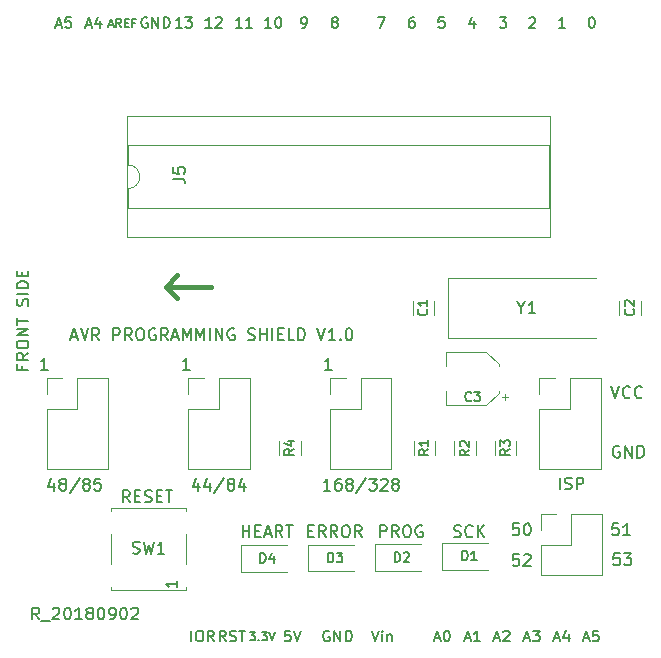
<source format=gbr>
G04 #@! TF.GenerationSoftware,KiCad,Pcbnew,(5.0.0)*
G04 #@! TF.CreationDate,2018-09-03T12:55:52-05:00*
G04 #@! TF.ProjectId,YAPS_Arduino_Shield_AVR,594150535F41726475696E6F5F536869,1.0*
G04 #@! TF.SameCoordinates,Original*
G04 #@! TF.FileFunction,Legend,Top*
G04 #@! TF.FilePolarity,Positive*
%FSLAX46Y46*%
G04 Gerber Fmt 4.6, Leading zero omitted, Abs format (unit mm)*
G04 Created by KiCad (PCBNEW (5.0.0)) date 09/03/18 12:55:52*
%MOMM*%
%LPD*%
G01*
G04 APERTURE LIST*
%ADD10C,0.150000*%
%ADD11C,0.400000*%
%ADD12C,0.120000*%
G04 APERTURE END LIST*
D10*
X126250391Y-102809513D02*
X126250391Y-103142846D01*
X126774200Y-103142846D02*
X125774200Y-103142846D01*
X125774200Y-102666656D01*
X126774200Y-101714275D02*
X126298010Y-102047608D01*
X126774200Y-102285703D02*
X125774200Y-102285703D01*
X125774200Y-101904751D01*
X125821820Y-101809513D01*
X125869439Y-101761894D01*
X125964677Y-101714275D01*
X126107534Y-101714275D01*
X126202772Y-101761894D01*
X126250391Y-101809513D01*
X126298010Y-101904751D01*
X126298010Y-102285703D01*
X125774200Y-101095227D02*
X125774200Y-100904751D01*
X125821820Y-100809513D01*
X125917058Y-100714275D01*
X126107534Y-100666656D01*
X126440867Y-100666656D01*
X126631343Y-100714275D01*
X126726581Y-100809513D01*
X126774200Y-100904751D01*
X126774200Y-101095227D01*
X126726581Y-101190465D01*
X126631343Y-101285703D01*
X126440867Y-101333322D01*
X126107534Y-101333322D01*
X125917058Y-101285703D01*
X125821820Y-101190465D01*
X125774200Y-101095227D01*
X126774200Y-100238084D02*
X125774200Y-100238084D01*
X126774200Y-99666656D01*
X125774200Y-99666656D01*
X125774200Y-99333322D02*
X125774200Y-98761894D01*
X126774200Y-99047608D02*
X125774200Y-99047608D01*
X126726581Y-97714275D02*
X126774200Y-97571418D01*
X126774200Y-97333322D01*
X126726581Y-97238084D01*
X126678962Y-97190465D01*
X126583724Y-97142846D01*
X126488486Y-97142846D01*
X126393248Y-97190465D01*
X126345629Y-97238084D01*
X126298010Y-97333322D01*
X126250391Y-97523799D01*
X126202772Y-97619037D01*
X126155153Y-97666656D01*
X126059915Y-97714275D01*
X125964677Y-97714275D01*
X125869439Y-97666656D01*
X125821820Y-97619037D01*
X125774200Y-97523799D01*
X125774200Y-97285703D01*
X125821820Y-97142846D01*
X126774200Y-96714275D02*
X125774200Y-96714275D01*
X126774200Y-96238084D02*
X125774200Y-96238084D01*
X125774200Y-95999989D01*
X125821820Y-95857132D01*
X125917058Y-95761894D01*
X126012296Y-95714275D01*
X126202772Y-95666656D01*
X126345629Y-95666656D01*
X126536105Y-95714275D01*
X126631343Y-95761894D01*
X126726581Y-95857132D01*
X126774200Y-95999989D01*
X126774200Y-96238084D01*
X126250391Y-95238084D02*
X126250391Y-94904751D01*
X126774200Y-94761894D02*
X126774200Y-95238084D01*
X125774200Y-95238084D01*
X125774200Y-94761894D01*
X130430167Y-100349346D02*
X130906358Y-100349346D01*
X130334929Y-100635060D02*
X130668262Y-99635060D01*
X131001596Y-100635060D01*
X131192072Y-99635060D02*
X131525405Y-100635060D01*
X131858739Y-99635060D01*
X132763500Y-100635060D02*
X132430167Y-100158870D01*
X132192072Y-100635060D02*
X132192072Y-99635060D01*
X132573024Y-99635060D01*
X132668262Y-99682680D01*
X132715881Y-99730299D01*
X132763500Y-99825537D01*
X132763500Y-99968394D01*
X132715881Y-100063632D01*
X132668262Y-100111251D01*
X132573024Y-100158870D01*
X132192072Y-100158870D01*
X133953977Y-100635060D02*
X133953977Y-99635060D01*
X134334929Y-99635060D01*
X134430167Y-99682680D01*
X134477786Y-99730299D01*
X134525405Y-99825537D01*
X134525405Y-99968394D01*
X134477786Y-100063632D01*
X134430167Y-100111251D01*
X134334929Y-100158870D01*
X133953977Y-100158870D01*
X135525405Y-100635060D02*
X135192072Y-100158870D01*
X134953977Y-100635060D02*
X134953977Y-99635060D01*
X135334929Y-99635060D01*
X135430167Y-99682680D01*
X135477786Y-99730299D01*
X135525405Y-99825537D01*
X135525405Y-99968394D01*
X135477786Y-100063632D01*
X135430167Y-100111251D01*
X135334929Y-100158870D01*
X134953977Y-100158870D01*
X136144453Y-99635060D02*
X136334929Y-99635060D01*
X136430167Y-99682680D01*
X136525405Y-99777918D01*
X136573024Y-99968394D01*
X136573024Y-100301727D01*
X136525405Y-100492203D01*
X136430167Y-100587441D01*
X136334929Y-100635060D01*
X136144453Y-100635060D01*
X136049215Y-100587441D01*
X135953977Y-100492203D01*
X135906358Y-100301727D01*
X135906358Y-99968394D01*
X135953977Y-99777918D01*
X136049215Y-99682680D01*
X136144453Y-99635060D01*
X137525405Y-99682680D02*
X137430167Y-99635060D01*
X137287310Y-99635060D01*
X137144453Y-99682680D01*
X137049215Y-99777918D01*
X137001596Y-99873156D01*
X136953977Y-100063632D01*
X136953977Y-100206489D01*
X137001596Y-100396965D01*
X137049215Y-100492203D01*
X137144453Y-100587441D01*
X137287310Y-100635060D01*
X137382548Y-100635060D01*
X137525405Y-100587441D01*
X137573024Y-100539822D01*
X137573024Y-100206489D01*
X137382548Y-100206489D01*
X138573024Y-100635060D02*
X138239691Y-100158870D01*
X138001596Y-100635060D02*
X138001596Y-99635060D01*
X138382548Y-99635060D01*
X138477786Y-99682680D01*
X138525405Y-99730299D01*
X138573024Y-99825537D01*
X138573024Y-99968394D01*
X138525405Y-100063632D01*
X138477786Y-100111251D01*
X138382548Y-100158870D01*
X138001596Y-100158870D01*
X138953977Y-100349346D02*
X139430167Y-100349346D01*
X138858739Y-100635060D02*
X139192072Y-99635060D01*
X139525405Y-100635060D01*
X139858739Y-100635060D02*
X139858739Y-99635060D01*
X140192072Y-100349346D01*
X140525405Y-99635060D01*
X140525405Y-100635060D01*
X141001596Y-100635060D02*
X141001596Y-99635060D01*
X141334929Y-100349346D01*
X141668262Y-99635060D01*
X141668262Y-100635060D01*
X142144453Y-100635060D02*
X142144453Y-99635060D01*
X142620643Y-100635060D02*
X142620643Y-99635060D01*
X143192072Y-100635060D01*
X143192072Y-99635060D01*
X144192072Y-99682680D02*
X144096834Y-99635060D01*
X143953977Y-99635060D01*
X143811120Y-99682680D01*
X143715881Y-99777918D01*
X143668262Y-99873156D01*
X143620643Y-100063632D01*
X143620643Y-100206489D01*
X143668262Y-100396965D01*
X143715881Y-100492203D01*
X143811120Y-100587441D01*
X143953977Y-100635060D01*
X144049215Y-100635060D01*
X144192072Y-100587441D01*
X144239691Y-100539822D01*
X144239691Y-100206489D01*
X144049215Y-100206489D01*
X145382548Y-100587441D02*
X145525405Y-100635060D01*
X145763500Y-100635060D01*
X145858739Y-100587441D01*
X145906358Y-100539822D01*
X145953977Y-100444584D01*
X145953977Y-100349346D01*
X145906358Y-100254108D01*
X145858739Y-100206489D01*
X145763500Y-100158870D01*
X145573024Y-100111251D01*
X145477786Y-100063632D01*
X145430167Y-100016013D01*
X145382548Y-99920775D01*
X145382548Y-99825537D01*
X145430167Y-99730299D01*
X145477786Y-99682680D01*
X145573024Y-99635060D01*
X145811120Y-99635060D01*
X145953977Y-99682680D01*
X146382548Y-100635060D02*
X146382548Y-99635060D01*
X146382548Y-100111251D02*
X146953977Y-100111251D01*
X146953977Y-100635060D02*
X146953977Y-99635060D01*
X147430167Y-100635060D02*
X147430167Y-99635060D01*
X147906358Y-100111251D02*
X148239691Y-100111251D01*
X148382548Y-100635060D02*
X147906358Y-100635060D01*
X147906358Y-99635060D01*
X148382548Y-99635060D01*
X149287310Y-100635060D02*
X148811120Y-100635060D01*
X148811120Y-99635060D01*
X149620643Y-100635060D02*
X149620643Y-99635060D01*
X149858739Y-99635060D01*
X150001596Y-99682680D01*
X150096834Y-99777918D01*
X150144453Y-99873156D01*
X150192072Y-100063632D01*
X150192072Y-100206489D01*
X150144453Y-100396965D01*
X150096834Y-100492203D01*
X150001596Y-100587441D01*
X149858739Y-100635060D01*
X149620643Y-100635060D01*
X151239691Y-99635060D02*
X151573024Y-100635060D01*
X151906358Y-99635060D01*
X152763500Y-100635060D02*
X152192072Y-100635060D01*
X152477786Y-100635060D02*
X152477786Y-99635060D01*
X152382548Y-99777918D01*
X152287310Y-99873156D01*
X152192072Y-99920775D01*
X153192072Y-100539822D02*
X153239691Y-100587441D01*
X153192072Y-100635060D01*
X153144453Y-100587441D01*
X153192072Y-100539822D01*
X153192072Y-100635060D01*
X153858739Y-99635060D02*
X153953977Y-99635060D01*
X154049215Y-99682680D01*
X154096834Y-99730299D01*
X154144453Y-99825537D01*
X154192072Y-100016013D01*
X154192072Y-100254108D01*
X154144453Y-100444584D01*
X154096834Y-100539822D01*
X154049215Y-100587441D01*
X153953977Y-100635060D01*
X153858739Y-100635060D01*
X153763500Y-100587441D01*
X153715881Y-100539822D01*
X153668262Y-100444584D01*
X153620643Y-100254108D01*
X153620643Y-100016013D01*
X153668262Y-99825537D01*
X153715881Y-99730299D01*
X153763500Y-99682680D01*
X153858739Y-99635060D01*
X127688507Y-124282460D02*
X127355174Y-123806270D01*
X127117079Y-124282460D02*
X127117079Y-123282460D01*
X127498031Y-123282460D01*
X127593269Y-123330080D01*
X127640888Y-123377699D01*
X127688507Y-123472937D01*
X127688507Y-123615794D01*
X127640888Y-123711032D01*
X127593269Y-123758651D01*
X127498031Y-123806270D01*
X127117079Y-123806270D01*
X127878983Y-124377699D02*
X128640888Y-124377699D01*
X128831364Y-123377699D02*
X128878983Y-123330080D01*
X128974221Y-123282460D01*
X129212317Y-123282460D01*
X129307555Y-123330080D01*
X129355174Y-123377699D01*
X129402793Y-123472937D01*
X129402793Y-123568175D01*
X129355174Y-123711032D01*
X128783745Y-124282460D01*
X129402793Y-124282460D01*
X130021840Y-123282460D02*
X130117079Y-123282460D01*
X130212317Y-123330080D01*
X130259936Y-123377699D01*
X130307555Y-123472937D01*
X130355174Y-123663413D01*
X130355174Y-123901508D01*
X130307555Y-124091984D01*
X130259936Y-124187222D01*
X130212317Y-124234841D01*
X130117079Y-124282460D01*
X130021840Y-124282460D01*
X129926602Y-124234841D01*
X129878983Y-124187222D01*
X129831364Y-124091984D01*
X129783745Y-123901508D01*
X129783745Y-123663413D01*
X129831364Y-123472937D01*
X129878983Y-123377699D01*
X129926602Y-123330080D01*
X130021840Y-123282460D01*
X131307555Y-124282460D02*
X130736126Y-124282460D01*
X131021840Y-124282460D02*
X131021840Y-123282460D01*
X130926602Y-123425318D01*
X130831364Y-123520556D01*
X130736126Y-123568175D01*
X131878983Y-123711032D02*
X131783745Y-123663413D01*
X131736126Y-123615794D01*
X131688507Y-123520556D01*
X131688507Y-123472937D01*
X131736126Y-123377699D01*
X131783745Y-123330080D01*
X131878983Y-123282460D01*
X132069460Y-123282460D01*
X132164698Y-123330080D01*
X132212317Y-123377699D01*
X132259936Y-123472937D01*
X132259936Y-123520556D01*
X132212317Y-123615794D01*
X132164698Y-123663413D01*
X132069460Y-123711032D01*
X131878983Y-123711032D01*
X131783745Y-123758651D01*
X131736126Y-123806270D01*
X131688507Y-123901508D01*
X131688507Y-124091984D01*
X131736126Y-124187222D01*
X131783745Y-124234841D01*
X131878983Y-124282460D01*
X132069460Y-124282460D01*
X132164698Y-124234841D01*
X132212317Y-124187222D01*
X132259936Y-124091984D01*
X132259936Y-123901508D01*
X132212317Y-123806270D01*
X132164698Y-123758651D01*
X132069460Y-123711032D01*
X132878983Y-123282460D02*
X132974221Y-123282460D01*
X133069460Y-123330080D01*
X133117079Y-123377699D01*
X133164698Y-123472937D01*
X133212317Y-123663413D01*
X133212317Y-123901508D01*
X133164698Y-124091984D01*
X133117079Y-124187222D01*
X133069460Y-124234841D01*
X132974221Y-124282460D01*
X132878983Y-124282460D01*
X132783745Y-124234841D01*
X132736126Y-124187222D01*
X132688507Y-124091984D01*
X132640888Y-123901508D01*
X132640888Y-123663413D01*
X132688507Y-123472937D01*
X132736126Y-123377699D01*
X132783745Y-123330080D01*
X132878983Y-123282460D01*
X133688507Y-124282460D02*
X133878983Y-124282460D01*
X133974221Y-124234841D01*
X134021840Y-124187222D01*
X134117079Y-124044365D01*
X134164698Y-123853889D01*
X134164698Y-123472937D01*
X134117079Y-123377699D01*
X134069460Y-123330080D01*
X133974221Y-123282460D01*
X133783745Y-123282460D01*
X133688507Y-123330080D01*
X133640888Y-123377699D01*
X133593269Y-123472937D01*
X133593269Y-123711032D01*
X133640888Y-123806270D01*
X133688507Y-123853889D01*
X133783745Y-123901508D01*
X133974221Y-123901508D01*
X134069460Y-123853889D01*
X134117079Y-123806270D01*
X134164698Y-123711032D01*
X134783745Y-123282460D02*
X134878983Y-123282460D01*
X134974221Y-123330080D01*
X135021840Y-123377699D01*
X135069460Y-123472937D01*
X135117079Y-123663413D01*
X135117079Y-123901508D01*
X135069460Y-124091984D01*
X135021840Y-124187222D01*
X134974221Y-124234841D01*
X134878983Y-124282460D01*
X134783745Y-124282460D01*
X134688507Y-124234841D01*
X134640888Y-124187222D01*
X134593269Y-124091984D01*
X134545650Y-123901508D01*
X134545650Y-123663413D01*
X134593269Y-123472937D01*
X134640888Y-123377699D01*
X134688507Y-123330080D01*
X134783745Y-123282460D01*
X135498031Y-123377699D02*
X135545650Y-123330080D01*
X135640888Y-123282460D01*
X135878983Y-123282460D01*
X135974221Y-123330080D01*
X136021840Y-123377699D01*
X136069460Y-123472937D01*
X136069460Y-123568175D01*
X136021840Y-123711032D01*
X135450412Y-124282460D01*
X136069460Y-124282460D01*
D11*
X142211821Y-96102442D02*
X138402298Y-96102442D01*
X139354679Y-97054823D02*
X138402298Y-96102442D01*
X139354679Y-95150061D01*
D10*
X129118122Y-73947160D02*
X129546694Y-73947160D01*
X129032408Y-74204302D02*
X129332408Y-73304302D01*
X129632408Y-74204302D01*
X130360980Y-73304302D02*
X129932408Y-73304302D01*
X129889551Y-73732874D01*
X129932408Y-73690017D01*
X130018122Y-73647160D01*
X130232408Y-73647160D01*
X130318122Y-73690017D01*
X130360980Y-73732874D01*
X130403837Y-73818588D01*
X130403837Y-74032874D01*
X130360980Y-74118588D01*
X130318122Y-74161445D01*
X130232408Y-74204302D01*
X130018122Y-74204302D01*
X129932408Y-74161445D01*
X129889551Y-74118588D01*
X131655582Y-73947160D02*
X132084154Y-73947160D01*
X131569868Y-74204302D02*
X131869868Y-73304302D01*
X132169868Y-74204302D01*
X132855582Y-73604302D02*
X132855582Y-74204302D01*
X132641297Y-73261445D02*
X132427011Y-73904302D01*
X132984154Y-73904302D01*
X133595886Y-73919826D02*
X133929220Y-73919826D01*
X133529220Y-74119826D02*
X133762553Y-73419826D01*
X133995886Y-74119826D01*
X134629220Y-74119826D02*
X134395886Y-73786493D01*
X134229220Y-74119826D02*
X134229220Y-73419826D01*
X134495886Y-73419826D01*
X134562553Y-73453160D01*
X134595886Y-73486493D01*
X134629220Y-73553160D01*
X134629220Y-73653160D01*
X134595886Y-73719826D01*
X134562553Y-73753160D01*
X134495886Y-73786493D01*
X134229220Y-73786493D01*
X134929220Y-73753160D02*
X135162553Y-73753160D01*
X135262553Y-74119826D02*
X134929220Y-74119826D01*
X134929220Y-73419826D01*
X135262553Y-73419826D01*
X135795886Y-73753160D02*
X135562553Y-73753160D01*
X135562553Y-74119826D02*
X135562553Y-73419826D01*
X135895886Y-73419826D01*
X136840045Y-73347160D02*
X136754331Y-73304302D01*
X136625760Y-73304302D01*
X136497188Y-73347160D01*
X136411474Y-73432874D01*
X136368617Y-73518588D01*
X136325760Y-73690017D01*
X136325760Y-73818588D01*
X136368617Y-73990017D01*
X136411474Y-74075731D01*
X136497188Y-74161445D01*
X136625760Y-74204302D01*
X136711474Y-74204302D01*
X136840045Y-74161445D01*
X136882902Y-74118588D01*
X136882902Y-73818588D01*
X136711474Y-73818588D01*
X137268617Y-74204302D02*
X137268617Y-73304302D01*
X137782902Y-74204302D01*
X137782902Y-73304302D01*
X138211474Y-74204302D02*
X138211474Y-73304302D01*
X138425760Y-73304302D01*
X138554331Y-73347160D01*
X138640045Y-73432874D01*
X138682902Y-73518588D01*
X138725760Y-73690017D01*
X138725760Y-73818588D01*
X138682902Y-73990017D01*
X138640045Y-74075731D01*
X138554331Y-74161445D01*
X138425760Y-74204302D01*
X138211474Y-74204302D01*
X139762251Y-74204302D02*
X139247965Y-74204302D01*
X139505108Y-74204302D02*
X139505108Y-73304302D01*
X139419394Y-73432874D01*
X139333680Y-73518588D01*
X139247965Y-73561445D01*
X140062251Y-73304302D02*
X140619394Y-73304302D01*
X140319394Y-73647160D01*
X140447965Y-73647160D01*
X140533680Y-73690017D01*
X140576537Y-73732874D01*
X140619394Y-73818588D01*
X140619394Y-74032874D01*
X140576537Y-74118588D01*
X140533680Y-74161445D01*
X140447965Y-74204302D01*
X140190822Y-74204302D01*
X140105108Y-74161445D01*
X140062251Y-74118588D01*
X142279391Y-74204302D02*
X141765105Y-74204302D01*
X142022248Y-74204302D02*
X142022248Y-73304302D01*
X141936534Y-73432874D01*
X141850820Y-73518588D01*
X141765105Y-73561445D01*
X142622248Y-73390017D02*
X142665105Y-73347160D01*
X142750820Y-73304302D01*
X142965105Y-73304302D01*
X143050820Y-73347160D01*
X143093677Y-73390017D01*
X143136534Y-73475731D01*
X143136534Y-73561445D01*
X143093677Y-73690017D01*
X142579391Y-74204302D01*
X143136534Y-74204302D01*
X144839711Y-74204302D02*
X144325425Y-74204302D01*
X144582568Y-74204302D02*
X144582568Y-73304302D01*
X144496854Y-73432874D01*
X144411140Y-73518588D01*
X144325425Y-73561445D01*
X145696854Y-74204302D02*
X145182568Y-74204302D01*
X145439711Y-74204302D02*
X145439711Y-73304302D01*
X145353997Y-73432874D01*
X145268282Y-73518588D01*
X145182568Y-73561445D01*
X147333991Y-74204302D02*
X146819705Y-74204302D01*
X147076848Y-74204302D02*
X147076848Y-73304302D01*
X146991134Y-73432874D01*
X146905420Y-73518588D01*
X146819705Y-73561445D01*
X147891134Y-73304302D02*
X147976848Y-73304302D01*
X148062562Y-73347160D01*
X148105420Y-73390017D01*
X148148277Y-73475731D01*
X148191134Y-73647160D01*
X148191134Y-73861445D01*
X148148277Y-74032874D01*
X148105420Y-74118588D01*
X148062562Y-74161445D01*
X147976848Y-74204302D01*
X147891134Y-74204302D01*
X147805420Y-74161445D01*
X147762562Y-74118588D01*
X147719705Y-74032874D01*
X147676848Y-73861445D01*
X147676848Y-73647160D01*
X147719705Y-73475731D01*
X147762562Y-73390017D01*
X147805420Y-73347160D01*
X147891134Y-73304302D01*
X149914631Y-74204302D02*
X150086060Y-74204302D01*
X150171774Y-74161445D01*
X150214631Y-74118588D01*
X150300345Y-73990017D01*
X150343202Y-73818588D01*
X150343202Y-73475731D01*
X150300345Y-73390017D01*
X150257488Y-73347160D01*
X150171774Y-73304302D01*
X150000345Y-73304302D01*
X149914631Y-73347160D01*
X149871774Y-73390017D01*
X149828917Y-73475731D01*
X149828917Y-73690017D01*
X149871774Y-73775731D01*
X149914631Y-73818588D01*
X150000345Y-73861445D01*
X150171774Y-73861445D01*
X150257488Y-73818588D01*
X150300345Y-73775731D01*
X150343202Y-73690017D01*
X152626705Y-73690017D02*
X152540991Y-73647160D01*
X152498134Y-73604302D01*
X152455277Y-73518588D01*
X152455277Y-73475731D01*
X152498134Y-73390017D01*
X152540991Y-73347160D01*
X152626705Y-73304302D01*
X152798134Y-73304302D01*
X152883848Y-73347160D01*
X152926705Y-73390017D01*
X152969562Y-73475731D01*
X152969562Y-73518588D01*
X152926705Y-73604302D01*
X152883848Y-73647160D01*
X152798134Y-73690017D01*
X152626705Y-73690017D01*
X152540991Y-73732874D01*
X152498134Y-73775731D01*
X152455277Y-73861445D01*
X152455277Y-74032874D01*
X152498134Y-74118588D01*
X152540991Y-74161445D01*
X152626705Y-74204302D01*
X152798134Y-74204302D01*
X152883848Y-74161445D01*
X152926705Y-74118588D01*
X152969562Y-74032874D01*
X152969562Y-73861445D01*
X152926705Y-73775731D01*
X152883848Y-73732874D01*
X152798134Y-73690017D01*
X156341800Y-73304302D02*
X156941800Y-73304302D01*
X156556085Y-74204302D01*
X159411648Y-73304302D02*
X159240220Y-73304302D01*
X159154505Y-73347160D01*
X159111648Y-73390017D01*
X159025934Y-73518588D01*
X158983077Y-73690017D01*
X158983077Y-74032874D01*
X159025934Y-74118588D01*
X159068791Y-74161445D01*
X159154505Y-74204302D01*
X159325934Y-74204302D01*
X159411648Y-74161445D01*
X159454505Y-74118588D01*
X159497362Y-74032874D01*
X159497362Y-73818588D01*
X159454505Y-73732874D01*
X159411648Y-73690017D01*
X159325934Y-73647160D01*
X159154505Y-73647160D01*
X159068791Y-73690017D01*
X159025934Y-73732874D01*
X158983077Y-73818588D01*
X161961485Y-73304302D02*
X161532914Y-73304302D01*
X161490057Y-73732874D01*
X161532914Y-73690017D01*
X161618628Y-73647160D01*
X161832914Y-73647160D01*
X161918628Y-73690017D01*
X161961485Y-73732874D01*
X162004342Y-73818588D01*
X162004342Y-74032874D01*
X161961485Y-74118588D01*
X161918628Y-74161445D01*
X161832914Y-74204302D01*
X161618628Y-74204302D01*
X161532914Y-74161445D01*
X161490057Y-74118588D01*
X164514508Y-73604302D02*
X164514508Y-74204302D01*
X164300222Y-73261445D02*
X164085937Y-73904302D01*
X164643080Y-73904302D01*
X166659280Y-73304302D02*
X167216422Y-73304302D01*
X166916422Y-73647160D01*
X167044994Y-73647160D01*
X167130708Y-73690017D01*
X167173565Y-73732874D01*
X167216422Y-73818588D01*
X167216422Y-74032874D01*
X167173565Y-74118588D01*
X167130708Y-74161445D01*
X167044994Y-74204302D01*
X166787851Y-74204302D01*
X166702137Y-74161445D01*
X166659280Y-74118588D01*
X169158317Y-73390017D02*
X169201174Y-73347160D01*
X169286888Y-73304302D01*
X169501174Y-73304302D01*
X169586888Y-73347160D01*
X169629745Y-73390017D01*
X169672602Y-73475731D01*
X169672602Y-73561445D01*
X169629745Y-73690017D01*
X169115460Y-74204302D01*
X169672602Y-74204302D01*
X172197362Y-74204302D02*
X171683077Y-74204302D01*
X171940220Y-74204302D02*
X171940220Y-73304302D01*
X171854505Y-73432874D01*
X171768791Y-73518588D01*
X171683077Y-73561445D01*
X174422122Y-73304302D02*
X174507837Y-73304302D01*
X174593551Y-73347160D01*
X174636408Y-73390017D01*
X174679265Y-73475731D01*
X174722122Y-73647160D01*
X174722122Y-73861445D01*
X174679265Y-74032874D01*
X174636408Y-74118588D01*
X174593551Y-74161445D01*
X174507837Y-74204302D01*
X174422122Y-74204302D01*
X174336408Y-74161445D01*
X174293551Y-74118588D01*
X174250694Y-74032874D01*
X174207837Y-73861445D01*
X174207837Y-73647160D01*
X174250694Y-73475731D01*
X174293551Y-73390017D01*
X174336408Y-73347160D01*
X174422122Y-73304302D01*
X140574351Y-126144762D02*
X140574351Y-125244762D01*
X141174351Y-125244762D02*
X141345780Y-125244762D01*
X141431494Y-125287620D01*
X141517208Y-125373334D01*
X141560065Y-125544762D01*
X141560065Y-125844762D01*
X141517208Y-126016191D01*
X141431494Y-126101905D01*
X141345780Y-126144762D01*
X141174351Y-126144762D01*
X141088637Y-126101905D01*
X141002922Y-126016191D01*
X140960065Y-125844762D01*
X140960065Y-125544762D01*
X141002922Y-125373334D01*
X141088637Y-125287620D01*
X141174351Y-125244762D01*
X142460065Y-126144762D02*
X142160065Y-125716191D01*
X141945780Y-126144762D02*
X141945780Y-125244762D01*
X142288637Y-125244762D01*
X142374351Y-125287620D01*
X142417208Y-125330477D01*
X142460065Y-125416191D01*
X142460065Y-125544762D01*
X142417208Y-125630477D01*
X142374351Y-125673334D01*
X142288637Y-125716191D01*
X141945780Y-125716191D01*
X143492122Y-126144762D02*
X143192122Y-125716191D01*
X142977837Y-126144762D02*
X142977837Y-125244762D01*
X143320694Y-125244762D01*
X143406408Y-125287620D01*
X143449265Y-125330477D01*
X143492122Y-125416191D01*
X143492122Y-125544762D01*
X143449265Y-125630477D01*
X143406408Y-125673334D01*
X143320694Y-125716191D01*
X142977837Y-125716191D01*
X143834980Y-126101905D02*
X143963551Y-126144762D01*
X144177837Y-126144762D01*
X144263551Y-126101905D01*
X144306408Y-126059048D01*
X144349265Y-125973334D01*
X144349265Y-125887620D01*
X144306408Y-125801905D01*
X144263551Y-125759048D01*
X144177837Y-125716191D01*
X144006408Y-125673334D01*
X143920694Y-125630477D01*
X143877837Y-125587620D01*
X143834980Y-125501905D01*
X143834980Y-125416191D01*
X143877837Y-125330477D01*
X143920694Y-125287620D01*
X144006408Y-125244762D01*
X144220694Y-125244762D01*
X144349265Y-125287620D01*
X144606408Y-125244762D02*
X145120694Y-125244762D01*
X144863551Y-126144762D02*
X144863551Y-125244762D01*
X145537366Y-125360286D02*
X145970700Y-125360286D01*
X145737366Y-125626953D01*
X145837366Y-125626953D01*
X145904033Y-125660286D01*
X145937366Y-125693620D01*
X145970700Y-125760286D01*
X145970700Y-125926953D01*
X145937366Y-125993620D01*
X145904033Y-126026953D01*
X145837366Y-126060286D01*
X145637366Y-126060286D01*
X145570700Y-126026953D01*
X145537366Y-125993620D01*
X146270700Y-125993620D02*
X146304033Y-126026953D01*
X146270700Y-126060286D01*
X146237366Y-126026953D01*
X146270700Y-125993620D01*
X146270700Y-126060286D01*
X146537366Y-125360286D02*
X146970700Y-125360286D01*
X146737366Y-125626953D01*
X146837366Y-125626953D01*
X146904033Y-125660286D01*
X146937366Y-125693620D01*
X146970700Y-125760286D01*
X146970700Y-125926953D01*
X146937366Y-125993620D01*
X146904033Y-126026953D01*
X146837366Y-126060286D01*
X146637366Y-126060286D01*
X146570700Y-126026953D01*
X146537366Y-125993620D01*
X147170700Y-125360286D02*
X147404033Y-126060286D01*
X147637366Y-125360286D01*
X148936731Y-125244762D02*
X148508160Y-125244762D01*
X148465302Y-125673334D01*
X148508160Y-125630477D01*
X148593874Y-125587620D01*
X148808160Y-125587620D01*
X148893874Y-125630477D01*
X148936731Y-125673334D01*
X148979588Y-125759048D01*
X148979588Y-125973334D01*
X148936731Y-126059048D01*
X148893874Y-126101905D01*
X148808160Y-126144762D01*
X148593874Y-126144762D01*
X148508160Y-126101905D01*
X148465302Y-126059048D01*
X149236731Y-125244762D02*
X149536731Y-126144762D01*
X149836731Y-125244762D01*
X152250225Y-125287620D02*
X152164511Y-125244762D01*
X152035940Y-125244762D01*
X151907368Y-125287620D01*
X151821654Y-125373334D01*
X151778797Y-125459048D01*
X151735940Y-125630477D01*
X151735940Y-125759048D01*
X151778797Y-125930477D01*
X151821654Y-126016191D01*
X151907368Y-126101905D01*
X152035940Y-126144762D01*
X152121654Y-126144762D01*
X152250225Y-126101905D01*
X152293082Y-126059048D01*
X152293082Y-125759048D01*
X152121654Y-125759048D01*
X152678797Y-126144762D02*
X152678797Y-125244762D01*
X153193082Y-126144762D01*
X153193082Y-125244762D01*
X153621654Y-126144762D02*
X153621654Y-125244762D01*
X153835940Y-125244762D01*
X153964511Y-125287620D01*
X154050225Y-125373334D01*
X154093082Y-125459048D01*
X154135940Y-125630477D01*
X154135940Y-125759048D01*
X154093082Y-125930477D01*
X154050225Y-126016191D01*
X153964511Y-126101905D01*
X153835940Y-126144762D01*
X153621654Y-126144762D01*
X155821971Y-125244762D02*
X156121971Y-126144762D01*
X156421971Y-125244762D01*
X156721971Y-126144762D02*
X156721971Y-125544762D01*
X156721971Y-125244762D02*
X156679114Y-125287620D01*
X156721971Y-125330477D01*
X156764828Y-125287620D01*
X156721971Y-125244762D01*
X156721971Y-125330477D01*
X157150542Y-125544762D02*
X157150542Y-126144762D01*
X157150542Y-125630477D02*
X157193400Y-125587620D01*
X157279114Y-125544762D01*
X157407685Y-125544762D01*
X157493400Y-125587620D01*
X157536257Y-125673334D01*
X157536257Y-126144762D01*
X161175462Y-125887620D02*
X161604034Y-125887620D01*
X161089748Y-126144762D02*
X161389748Y-125244762D01*
X161689748Y-126144762D01*
X162161177Y-125244762D02*
X162246891Y-125244762D01*
X162332605Y-125287620D01*
X162375462Y-125330477D01*
X162418320Y-125416191D01*
X162461177Y-125587620D01*
X162461177Y-125801905D01*
X162418320Y-125973334D01*
X162375462Y-126059048D01*
X162332605Y-126101905D01*
X162246891Y-126144762D01*
X162161177Y-126144762D01*
X162075462Y-126101905D01*
X162032605Y-126059048D01*
X161989748Y-125973334D01*
X161946891Y-125801905D01*
X161946891Y-125587620D01*
X161989748Y-125416191D01*
X162032605Y-125330477D01*
X162075462Y-125287620D01*
X162161177Y-125244762D01*
X163756102Y-125887620D02*
X164184674Y-125887620D01*
X163670388Y-126144762D02*
X163970388Y-125244762D01*
X164270388Y-126144762D01*
X165041817Y-126144762D02*
X164527531Y-126144762D01*
X164784674Y-126144762D02*
X164784674Y-125244762D01*
X164698960Y-125373334D01*
X164613245Y-125459048D01*
X164527531Y-125501905D01*
X166222442Y-125887620D02*
X166651014Y-125887620D01*
X166136728Y-126144762D02*
X166436728Y-125244762D01*
X166736728Y-126144762D01*
X166993871Y-125330477D02*
X167036728Y-125287620D01*
X167122442Y-125244762D01*
X167336728Y-125244762D01*
X167422442Y-125287620D01*
X167465300Y-125330477D01*
X167508157Y-125416191D01*
X167508157Y-125501905D01*
X167465300Y-125630477D01*
X166951014Y-126144762D01*
X167508157Y-126144762D01*
X168762442Y-125887620D02*
X169191014Y-125887620D01*
X168676728Y-126144762D02*
X168976728Y-125244762D01*
X169276728Y-126144762D01*
X169491014Y-125244762D02*
X170048157Y-125244762D01*
X169748157Y-125587620D01*
X169876728Y-125587620D01*
X169962442Y-125630477D01*
X170005300Y-125673334D01*
X170048157Y-125759048D01*
X170048157Y-125973334D01*
X170005300Y-126059048D01*
X169962442Y-126101905D01*
X169876728Y-126144762D01*
X169619585Y-126144762D01*
X169533871Y-126101905D01*
X169491014Y-126059048D01*
X171299902Y-125887620D02*
X171728474Y-125887620D01*
X171214188Y-126144762D02*
X171514188Y-125244762D01*
X171814188Y-126144762D01*
X172499902Y-125544762D02*
X172499902Y-126144762D01*
X172285617Y-125201905D02*
X172071331Y-125844762D01*
X172628474Y-125844762D01*
X173791642Y-125887620D02*
X174220214Y-125887620D01*
X173705928Y-126144762D02*
X174005928Y-125244762D01*
X174305928Y-126144762D01*
X175034500Y-125244762D02*
X174605928Y-125244762D01*
X174563071Y-125673334D01*
X174605928Y-125630477D01*
X174691642Y-125587620D01*
X174905928Y-125587620D01*
X174991642Y-125630477D01*
X175034500Y-125673334D01*
X175077357Y-125759048D01*
X175077357Y-125973334D01*
X175034500Y-126059048D01*
X174991642Y-126101905D01*
X174905928Y-126144762D01*
X174691642Y-126144762D01*
X174605928Y-126101905D01*
X174563071Y-126059048D01*
X176820224Y-118682520D02*
X176344034Y-118682520D01*
X176296415Y-119158711D01*
X176344034Y-119111092D01*
X176439272Y-119063473D01*
X176677367Y-119063473D01*
X176772605Y-119111092D01*
X176820224Y-119158711D01*
X176867843Y-119253949D01*
X176867843Y-119492044D01*
X176820224Y-119587282D01*
X176772605Y-119634901D01*
X176677367Y-119682520D01*
X176439272Y-119682520D01*
X176344034Y-119634901D01*
X176296415Y-119587282D01*
X177201177Y-118682520D02*
X177820224Y-118682520D01*
X177486891Y-119063473D01*
X177629748Y-119063473D01*
X177724986Y-119111092D01*
X177772605Y-119158711D01*
X177820224Y-119253949D01*
X177820224Y-119492044D01*
X177772605Y-119587282D01*
X177724986Y-119634901D01*
X177629748Y-119682520D01*
X177344034Y-119682520D01*
X177248796Y-119634901D01*
X177201177Y-119587282D01*
X176711004Y-116150140D02*
X176234814Y-116150140D01*
X176187195Y-116626331D01*
X176234814Y-116578712D01*
X176330052Y-116531093D01*
X176568147Y-116531093D01*
X176663385Y-116578712D01*
X176711004Y-116626331D01*
X176758623Y-116721569D01*
X176758623Y-116959664D01*
X176711004Y-117054902D01*
X176663385Y-117102521D01*
X176568147Y-117150140D01*
X176330052Y-117150140D01*
X176234814Y-117102521D01*
X176187195Y-117054902D01*
X177711004Y-117150140D02*
X177139576Y-117150140D01*
X177425290Y-117150140D02*
X177425290Y-116150140D01*
X177330052Y-116292998D01*
X177234814Y-116388236D01*
X177139576Y-116435855D01*
X168288364Y-118756180D02*
X167812174Y-118756180D01*
X167764555Y-119232371D01*
X167812174Y-119184752D01*
X167907412Y-119137133D01*
X168145507Y-119137133D01*
X168240745Y-119184752D01*
X168288364Y-119232371D01*
X168335983Y-119327609D01*
X168335983Y-119565704D01*
X168288364Y-119660942D01*
X168240745Y-119708561D01*
X168145507Y-119756180D01*
X167907412Y-119756180D01*
X167812174Y-119708561D01*
X167764555Y-119660942D01*
X168716936Y-118851419D02*
X168764555Y-118803800D01*
X168859793Y-118756180D01*
X169097888Y-118756180D01*
X169193126Y-118803800D01*
X169240745Y-118851419D01*
X169288364Y-118946657D01*
X169288364Y-119041895D01*
X169240745Y-119184752D01*
X168669317Y-119756180D01*
X169288364Y-119756180D01*
X168288364Y-116150140D02*
X167812174Y-116150140D01*
X167764555Y-116626331D01*
X167812174Y-116578712D01*
X167907412Y-116531093D01*
X168145507Y-116531093D01*
X168240745Y-116578712D01*
X168288364Y-116626331D01*
X168335983Y-116721569D01*
X168335983Y-116959664D01*
X168288364Y-117054902D01*
X168240745Y-117102521D01*
X168145507Y-117150140D01*
X167907412Y-117150140D01*
X167812174Y-117102521D01*
X167764555Y-117054902D01*
X168955031Y-116150140D02*
X169050269Y-116150140D01*
X169145507Y-116197760D01*
X169193126Y-116245379D01*
X169240745Y-116340617D01*
X169288364Y-116531093D01*
X169288364Y-116769188D01*
X169240745Y-116959664D01*
X169193126Y-117054902D01*
X169145507Y-117102521D01*
X169050269Y-117150140D01*
X168955031Y-117150140D01*
X168859793Y-117102521D01*
X168812174Y-117054902D01*
X168764555Y-116959664D01*
X168716936Y-116769188D01*
X168716936Y-116531093D01*
X168764555Y-116340617D01*
X168812174Y-116245379D01*
X168859793Y-116197760D01*
X168955031Y-116150140D01*
X171753969Y-113271560D02*
X171753969Y-112271560D01*
X172182540Y-113223941D02*
X172325398Y-113271560D01*
X172563493Y-113271560D01*
X172658731Y-113223941D01*
X172706350Y-113176322D01*
X172753969Y-113081084D01*
X172753969Y-112985846D01*
X172706350Y-112890608D01*
X172658731Y-112842989D01*
X172563493Y-112795370D01*
X172373017Y-112747751D01*
X172277779Y-112700132D01*
X172230160Y-112652513D01*
X172182540Y-112557275D01*
X172182540Y-112462037D01*
X172230160Y-112366799D01*
X172277779Y-112319180D01*
X172373017Y-112271560D01*
X172611112Y-112271560D01*
X172753969Y-112319180D01*
X173182540Y-113271560D02*
X173182540Y-112271560D01*
X173563493Y-112271560D01*
X173658731Y-112319180D01*
X173706350Y-112366799D01*
X173753969Y-112462037D01*
X173753969Y-112604894D01*
X173706350Y-112700132D01*
X173658731Y-112747751D01*
X173563493Y-112795370D01*
X173182540Y-112795370D01*
X152441874Y-103142040D02*
X151870445Y-103142040D01*
X152156160Y-103142040D02*
X152156160Y-102142040D01*
X152060921Y-102284898D01*
X151965683Y-102380136D01*
X151870445Y-102427755D01*
X140417514Y-103142040D02*
X139846085Y-103142040D01*
X140131800Y-103142040D02*
X140131800Y-102142040D01*
X140036561Y-102284898D01*
X139941323Y-102380136D01*
X139846085Y-102427755D01*
X128416014Y-103142040D02*
X127844585Y-103142040D01*
X128130300Y-103142040D02*
X128130300Y-102142040D01*
X128035061Y-102284898D01*
X127939823Y-102380136D01*
X127844585Y-102427755D01*
X152341272Y-113365540D02*
X151769843Y-113365540D01*
X152055558Y-113365540D02*
X152055558Y-112365540D01*
X151960320Y-112508398D01*
X151865081Y-112603636D01*
X151769843Y-112651255D01*
X153198415Y-112365540D02*
X153007939Y-112365540D01*
X152912700Y-112413160D01*
X152865081Y-112460779D01*
X152769843Y-112603636D01*
X152722224Y-112794112D01*
X152722224Y-113175064D01*
X152769843Y-113270302D01*
X152817462Y-113317921D01*
X152912700Y-113365540D01*
X153103177Y-113365540D01*
X153198415Y-113317921D01*
X153246034Y-113270302D01*
X153293653Y-113175064D01*
X153293653Y-112936969D01*
X153246034Y-112841731D01*
X153198415Y-112794112D01*
X153103177Y-112746493D01*
X152912700Y-112746493D01*
X152817462Y-112794112D01*
X152769843Y-112841731D01*
X152722224Y-112936969D01*
X153865081Y-112794112D02*
X153769843Y-112746493D01*
X153722224Y-112698874D01*
X153674605Y-112603636D01*
X153674605Y-112556017D01*
X153722224Y-112460779D01*
X153769843Y-112413160D01*
X153865081Y-112365540D01*
X154055558Y-112365540D01*
X154150796Y-112413160D01*
X154198415Y-112460779D01*
X154246034Y-112556017D01*
X154246034Y-112603636D01*
X154198415Y-112698874D01*
X154150796Y-112746493D01*
X154055558Y-112794112D01*
X153865081Y-112794112D01*
X153769843Y-112841731D01*
X153722224Y-112889350D01*
X153674605Y-112984588D01*
X153674605Y-113175064D01*
X153722224Y-113270302D01*
X153769843Y-113317921D01*
X153865081Y-113365540D01*
X154055558Y-113365540D01*
X154150796Y-113317921D01*
X154198415Y-113270302D01*
X154246034Y-113175064D01*
X154246034Y-112984588D01*
X154198415Y-112889350D01*
X154150796Y-112841731D01*
X154055558Y-112794112D01*
X155388891Y-112317921D02*
X154531748Y-113603636D01*
X155626986Y-112365540D02*
X156246034Y-112365540D01*
X155912700Y-112746493D01*
X156055558Y-112746493D01*
X156150796Y-112794112D01*
X156198415Y-112841731D01*
X156246034Y-112936969D01*
X156246034Y-113175064D01*
X156198415Y-113270302D01*
X156150796Y-113317921D01*
X156055558Y-113365540D01*
X155769843Y-113365540D01*
X155674605Y-113317921D01*
X155626986Y-113270302D01*
X156626986Y-112460779D02*
X156674605Y-112413160D01*
X156769843Y-112365540D01*
X157007939Y-112365540D01*
X157103177Y-112413160D01*
X157150796Y-112460779D01*
X157198415Y-112556017D01*
X157198415Y-112651255D01*
X157150796Y-112794112D01*
X156579367Y-113365540D01*
X157198415Y-113365540D01*
X157769843Y-112794112D02*
X157674605Y-112746493D01*
X157626986Y-112698874D01*
X157579367Y-112603636D01*
X157579367Y-112556017D01*
X157626986Y-112460779D01*
X157674605Y-112413160D01*
X157769843Y-112365540D01*
X157960320Y-112365540D01*
X158055558Y-112413160D01*
X158103177Y-112460779D01*
X158150796Y-112556017D01*
X158150796Y-112603636D01*
X158103177Y-112698874D01*
X158055558Y-112746493D01*
X157960320Y-112794112D01*
X157769843Y-112794112D01*
X157674605Y-112841731D01*
X157626986Y-112889350D01*
X157579367Y-112984588D01*
X157579367Y-113175064D01*
X157626986Y-113270302D01*
X157674605Y-113317921D01*
X157769843Y-113365540D01*
X157960320Y-113365540D01*
X158055558Y-113317921D01*
X158103177Y-113270302D01*
X158150796Y-113175064D01*
X158150796Y-112984588D01*
X158103177Y-112889350D01*
X158055558Y-112841731D01*
X157960320Y-112794112D01*
X141158815Y-112698874D02*
X141158815Y-113365540D01*
X140920720Y-112317921D02*
X140682624Y-113032207D01*
X141301672Y-113032207D01*
X142111196Y-112698874D02*
X142111196Y-113365540D01*
X141873100Y-112317921D02*
X141635005Y-113032207D01*
X142254053Y-113032207D01*
X143349291Y-112317921D02*
X142492148Y-113603636D01*
X143825481Y-112794112D02*
X143730243Y-112746493D01*
X143682624Y-112698874D01*
X143635005Y-112603636D01*
X143635005Y-112556017D01*
X143682624Y-112460779D01*
X143730243Y-112413160D01*
X143825481Y-112365540D01*
X144015958Y-112365540D01*
X144111196Y-112413160D01*
X144158815Y-112460779D01*
X144206434Y-112556017D01*
X144206434Y-112603636D01*
X144158815Y-112698874D01*
X144111196Y-112746493D01*
X144015958Y-112794112D01*
X143825481Y-112794112D01*
X143730243Y-112841731D01*
X143682624Y-112889350D01*
X143635005Y-112984588D01*
X143635005Y-113175064D01*
X143682624Y-113270302D01*
X143730243Y-113317921D01*
X143825481Y-113365540D01*
X144015958Y-113365540D01*
X144111196Y-113317921D01*
X144158815Y-113270302D01*
X144206434Y-113175064D01*
X144206434Y-112984588D01*
X144158815Y-112889350D01*
X144111196Y-112841731D01*
X144015958Y-112794112D01*
X145063577Y-112698874D02*
X145063577Y-113365540D01*
X144825481Y-112317921D02*
X144587386Y-113032207D01*
X145206434Y-113032207D01*
X128921095Y-112698874D02*
X128921095Y-113365540D01*
X128683000Y-112317921D02*
X128444904Y-113032207D01*
X129063952Y-113032207D01*
X129587761Y-112794112D02*
X129492523Y-112746493D01*
X129444904Y-112698874D01*
X129397285Y-112603636D01*
X129397285Y-112556017D01*
X129444904Y-112460779D01*
X129492523Y-112413160D01*
X129587761Y-112365540D01*
X129778238Y-112365540D01*
X129873476Y-112413160D01*
X129921095Y-112460779D01*
X129968714Y-112556017D01*
X129968714Y-112603636D01*
X129921095Y-112698874D01*
X129873476Y-112746493D01*
X129778238Y-112794112D01*
X129587761Y-112794112D01*
X129492523Y-112841731D01*
X129444904Y-112889350D01*
X129397285Y-112984588D01*
X129397285Y-113175064D01*
X129444904Y-113270302D01*
X129492523Y-113317921D01*
X129587761Y-113365540D01*
X129778238Y-113365540D01*
X129873476Y-113317921D01*
X129921095Y-113270302D01*
X129968714Y-113175064D01*
X129968714Y-112984588D01*
X129921095Y-112889350D01*
X129873476Y-112841731D01*
X129778238Y-112794112D01*
X131111571Y-112317921D02*
X130254428Y-113603636D01*
X131587761Y-112794112D02*
X131492523Y-112746493D01*
X131444904Y-112698874D01*
X131397285Y-112603636D01*
X131397285Y-112556017D01*
X131444904Y-112460779D01*
X131492523Y-112413160D01*
X131587761Y-112365540D01*
X131778238Y-112365540D01*
X131873476Y-112413160D01*
X131921095Y-112460779D01*
X131968714Y-112556017D01*
X131968714Y-112603636D01*
X131921095Y-112698874D01*
X131873476Y-112746493D01*
X131778238Y-112794112D01*
X131587761Y-112794112D01*
X131492523Y-112841731D01*
X131444904Y-112889350D01*
X131397285Y-112984588D01*
X131397285Y-113175064D01*
X131444904Y-113270302D01*
X131492523Y-113317921D01*
X131587761Y-113365540D01*
X131778238Y-113365540D01*
X131873476Y-113317921D01*
X131921095Y-113270302D01*
X131968714Y-113175064D01*
X131968714Y-112984588D01*
X131921095Y-112889350D01*
X131873476Y-112841731D01*
X131778238Y-112794112D01*
X132873476Y-112365540D02*
X132397285Y-112365540D01*
X132349666Y-112841731D01*
X132397285Y-112794112D01*
X132492523Y-112746493D01*
X132730619Y-112746493D01*
X132825857Y-112794112D01*
X132873476Y-112841731D01*
X132921095Y-112936969D01*
X132921095Y-113175064D01*
X132873476Y-113270302D01*
X132825857Y-113317921D01*
X132730619Y-113365540D01*
X132492523Y-113365540D01*
X132397285Y-113317921D01*
X132349666Y-113270302D01*
X135346939Y-114353600D02*
X135013605Y-113877410D01*
X134775510Y-114353600D02*
X134775510Y-113353600D01*
X135156462Y-113353600D01*
X135251700Y-113401220D01*
X135299320Y-113448839D01*
X135346939Y-113544077D01*
X135346939Y-113686934D01*
X135299320Y-113782172D01*
X135251700Y-113829791D01*
X135156462Y-113877410D01*
X134775510Y-113877410D01*
X135775510Y-113829791D02*
X136108843Y-113829791D01*
X136251700Y-114353600D02*
X135775510Y-114353600D01*
X135775510Y-113353600D01*
X136251700Y-113353600D01*
X136632653Y-114305981D02*
X136775510Y-114353600D01*
X137013605Y-114353600D01*
X137108843Y-114305981D01*
X137156462Y-114258362D01*
X137204081Y-114163124D01*
X137204081Y-114067886D01*
X137156462Y-113972648D01*
X137108843Y-113925029D01*
X137013605Y-113877410D01*
X136823129Y-113829791D01*
X136727891Y-113782172D01*
X136680272Y-113734553D01*
X136632653Y-113639315D01*
X136632653Y-113544077D01*
X136680272Y-113448839D01*
X136727891Y-113401220D01*
X136823129Y-113353600D01*
X137061224Y-113353600D01*
X137204081Y-113401220D01*
X137632653Y-113829791D02*
X137965986Y-113829791D01*
X138108843Y-114353600D02*
X137632653Y-114353600D01*
X137632653Y-113353600D01*
X138108843Y-113353600D01*
X138394558Y-113353600D02*
X138965986Y-113353600D01*
X138680272Y-114353600D02*
X138680272Y-113353600D01*
X162803365Y-117262541D02*
X162946222Y-117310160D01*
X163184318Y-117310160D01*
X163279556Y-117262541D01*
X163327175Y-117214922D01*
X163374794Y-117119684D01*
X163374794Y-117024446D01*
X163327175Y-116929208D01*
X163279556Y-116881589D01*
X163184318Y-116833970D01*
X162993841Y-116786351D01*
X162898603Y-116738732D01*
X162850984Y-116691113D01*
X162803365Y-116595875D01*
X162803365Y-116500637D01*
X162850984Y-116405399D01*
X162898603Y-116357780D01*
X162993841Y-116310160D01*
X163231937Y-116310160D01*
X163374794Y-116357780D01*
X164374794Y-117214922D02*
X164327175Y-117262541D01*
X164184318Y-117310160D01*
X164089080Y-117310160D01*
X163946222Y-117262541D01*
X163850984Y-117167303D01*
X163803365Y-117072065D01*
X163755746Y-116881589D01*
X163755746Y-116738732D01*
X163803365Y-116548256D01*
X163850984Y-116453018D01*
X163946222Y-116357780D01*
X164089080Y-116310160D01*
X164184318Y-116310160D01*
X164327175Y-116357780D01*
X164374794Y-116405399D01*
X164803365Y-117310160D02*
X164803365Y-116310160D01*
X165374794Y-117310160D02*
X164946222Y-116738732D01*
X165374794Y-116310160D02*
X164803365Y-116881589D01*
X156537565Y-117310160D02*
X156537565Y-116310160D01*
X156918518Y-116310160D01*
X157013756Y-116357780D01*
X157061375Y-116405399D01*
X157108994Y-116500637D01*
X157108994Y-116643494D01*
X157061375Y-116738732D01*
X157013756Y-116786351D01*
X156918518Y-116833970D01*
X156537565Y-116833970D01*
X158108994Y-117310160D02*
X157775660Y-116833970D01*
X157537565Y-117310160D02*
X157537565Y-116310160D01*
X157918518Y-116310160D01*
X158013756Y-116357780D01*
X158061375Y-116405399D01*
X158108994Y-116500637D01*
X158108994Y-116643494D01*
X158061375Y-116738732D01*
X158013756Y-116786351D01*
X157918518Y-116833970D01*
X157537565Y-116833970D01*
X158728041Y-116310160D02*
X158918518Y-116310160D01*
X159013756Y-116357780D01*
X159108994Y-116453018D01*
X159156613Y-116643494D01*
X159156613Y-116976827D01*
X159108994Y-117167303D01*
X159013756Y-117262541D01*
X158918518Y-117310160D01*
X158728041Y-117310160D01*
X158632803Y-117262541D01*
X158537565Y-117167303D01*
X158489946Y-116976827D01*
X158489946Y-116643494D01*
X158537565Y-116453018D01*
X158632803Y-116357780D01*
X158728041Y-116310160D01*
X160108994Y-116357780D02*
X160013756Y-116310160D01*
X159870899Y-116310160D01*
X159728041Y-116357780D01*
X159632803Y-116453018D01*
X159585184Y-116548256D01*
X159537565Y-116738732D01*
X159537565Y-116881589D01*
X159585184Y-117072065D01*
X159632803Y-117167303D01*
X159728041Y-117262541D01*
X159870899Y-117310160D01*
X159966137Y-117310160D01*
X160108994Y-117262541D01*
X160156613Y-117214922D01*
X160156613Y-116881589D01*
X159966137Y-116881589D01*
X150454004Y-116786351D02*
X150787338Y-116786351D01*
X150930195Y-117310160D02*
X150454004Y-117310160D01*
X150454004Y-116310160D01*
X150930195Y-116310160D01*
X151930195Y-117310160D02*
X151596861Y-116833970D01*
X151358766Y-117310160D02*
X151358766Y-116310160D01*
X151739719Y-116310160D01*
X151834957Y-116357780D01*
X151882576Y-116405399D01*
X151930195Y-116500637D01*
X151930195Y-116643494D01*
X151882576Y-116738732D01*
X151834957Y-116786351D01*
X151739719Y-116833970D01*
X151358766Y-116833970D01*
X152930195Y-117310160D02*
X152596861Y-116833970D01*
X152358766Y-117310160D02*
X152358766Y-116310160D01*
X152739719Y-116310160D01*
X152834957Y-116357780D01*
X152882576Y-116405399D01*
X152930195Y-116500637D01*
X152930195Y-116643494D01*
X152882576Y-116738732D01*
X152834957Y-116786351D01*
X152739719Y-116833970D01*
X152358766Y-116833970D01*
X153549242Y-116310160D02*
X153739719Y-116310160D01*
X153834957Y-116357780D01*
X153930195Y-116453018D01*
X153977814Y-116643494D01*
X153977814Y-116976827D01*
X153930195Y-117167303D01*
X153834957Y-117262541D01*
X153739719Y-117310160D01*
X153549242Y-117310160D01*
X153454004Y-117262541D01*
X153358766Y-117167303D01*
X153311147Y-116976827D01*
X153311147Y-116643494D01*
X153358766Y-116453018D01*
X153454004Y-116357780D01*
X153549242Y-116310160D01*
X154977814Y-117310160D02*
X154644480Y-116833970D01*
X154406385Y-117310160D02*
X154406385Y-116310160D01*
X154787338Y-116310160D01*
X154882576Y-116357780D01*
X154930195Y-116405399D01*
X154977814Y-116500637D01*
X154977814Y-116643494D01*
X154930195Y-116738732D01*
X154882576Y-116786351D01*
X154787338Y-116833970D01*
X154406385Y-116833970D01*
X144901540Y-117310160D02*
X144901540Y-116310160D01*
X144901540Y-116786351D02*
X145472969Y-116786351D01*
X145472969Y-117310160D02*
X145472969Y-116310160D01*
X145949160Y-116786351D02*
X146282493Y-116786351D01*
X146425350Y-117310160D02*
X145949160Y-117310160D01*
X145949160Y-116310160D01*
X146425350Y-116310160D01*
X146806302Y-117024446D02*
X147282493Y-117024446D01*
X146711064Y-117310160D02*
X147044398Y-116310160D01*
X147377731Y-117310160D01*
X148282493Y-117310160D02*
X147949160Y-116833970D01*
X147711064Y-117310160D02*
X147711064Y-116310160D01*
X148092017Y-116310160D01*
X148187255Y-116357780D01*
X148234874Y-116405399D01*
X148282493Y-116500637D01*
X148282493Y-116643494D01*
X148234874Y-116738732D01*
X148187255Y-116786351D01*
X148092017Y-116833970D01*
X147711064Y-116833970D01*
X148568207Y-116310160D02*
X149139636Y-116310160D01*
X148853921Y-117310160D02*
X148853921Y-116310160D01*
X176805673Y-109619160D02*
X176710435Y-109571540D01*
X176567578Y-109571540D01*
X176424720Y-109619160D01*
X176329482Y-109714398D01*
X176281863Y-109809636D01*
X176234244Y-110000112D01*
X176234244Y-110142969D01*
X176281863Y-110333445D01*
X176329482Y-110428683D01*
X176424720Y-110523921D01*
X176567578Y-110571540D01*
X176662816Y-110571540D01*
X176805673Y-110523921D01*
X176853292Y-110476302D01*
X176853292Y-110142969D01*
X176662816Y-110142969D01*
X177281863Y-110571540D02*
X177281863Y-109571540D01*
X177853292Y-110571540D01*
X177853292Y-109571540D01*
X178329482Y-110571540D02*
X178329482Y-109571540D01*
X178567578Y-109571540D01*
X178710435Y-109619160D01*
X178805673Y-109714398D01*
X178853292Y-109809636D01*
X178900911Y-110000112D01*
X178900911Y-110142969D01*
X178853292Y-110333445D01*
X178805673Y-110428683D01*
X178710435Y-110523921D01*
X178567578Y-110571540D01*
X178329482Y-110571540D01*
X176139006Y-104539800D02*
X176472340Y-105539800D01*
X176805673Y-104539800D01*
X177710435Y-105444562D02*
X177662816Y-105492181D01*
X177519959Y-105539800D01*
X177424720Y-105539800D01*
X177281863Y-105492181D01*
X177186625Y-105396943D01*
X177139006Y-105301705D01*
X177091387Y-105111229D01*
X177091387Y-104968372D01*
X177139006Y-104777896D01*
X177186625Y-104682658D01*
X177281863Y-104587420D01*
X177424720Y-104539800D01*
X177519959Y-104539800D01*
X177662816Y-104587420D01*
X177710435Y-104635039D01*
X178710435Y-105444562D02*
X178662816Y-105492181D01*
X178519959Y-105539800D01*
X178424720Y-105539800D01*
X178281863Y-105492181D01*
X178186625Y-105396943D01*
X178139006Y-105301705D01*
X178091387Y-105111229D01*
X178091387Y-104968372D01*
X178139006Y-104777896D01*
X178186625Y-104682658D01*
X178281863Y-104587420D01*
X178424720Y-104539800D01*
X178519959Y-104539800D01*
X178662816Y-104587420D01*
X178710435Y-104635039D01*
X139390380Y-120999285D02*
X139390380Y-121570714D01*
X139390380Y-121285000D02*
X138390380Y-121285000D01*
X138533238Y-121380238D01*
X138628476Y-121475476D01*
X138676095Y-121570714D01*
D12*
G04 #@! TO.C,D4*
X148648000Y-117953000D02*
X144763000Y-117953000D01*
X144763000Y-117953000D02*
X144763000Y-120223000D01*
X144763000Y-120223000D02*
X148648000Y-120223000D01*
G04 #@! TO.C,R4*
X149828000Y-109139936D02*
X149828000Y-110344064D01*
X148008000Y-109139936D02*
X148008000Y-110344064D01*
G04 #@! TO.C,J3*
X140313000Y-103842000D02*
X141643000Y-103842000D01*
X140313000Y-105172000D02*
X140313000Y-103842000D01*
X142913000Y-103842000D02*
X145513000Y-103842000D01*
X142913000Y-106442000D02*
X142913000Y-103842000D01*
X140313000Y-106442000D02*
X142913000Y-106442000D01*
X145513000Y-103842000D02*
X145513000Y-111582000D01*
X140313000Y-106442000D02*
X140313000Y-111582000D01*
X140313000Y-111582000D02*
X145513000Y-111582000D01*
G04 #@! TO.C,J2*
X128314000Y-111582000D02*
X133514000Y-111582000D01*
X128314000Y-106442000D02*
X128314000Y-111582000D01*
X133514000Y-103842000D02*
X133514000Y-111582000D01*
X128314000Y-106442000D02*
X130914000Y-106442000D01*
X130914000Y-106442000D02*
X130914000Y-103842000D01*
X130914000Y-103842000D02*
X133514000Y-103842000D01*
X128314000Y-105172000D02*
X128314000Y-103842000D01*
X128314000Y-103842000D02*
X129644000Y-103842000D01*
G04 #@! TO.C,J4*
X152312000Y-103842000D02*
X153642000Y-103842000D01*
X152312000Y-105172000D02*
X152312000Y-103842000D01*
X154912000Y-103842000D02*
X157512000Y-103842000D01*
X154912000Y-106442000D02*
X154912000Y-103842000D01*
X152312000Y-106442000D02*
X154912000Y-106442000D01*
X157512000Y-103842000D02*
X157512000Y-111582000D01*
X152312000Y-106442000D02*
X152312000Y-111582000D01*
X152312000Y-111582000D02*
X157512000Y-111582000D01*
G04 #@! TO.C,J1*
X170018000Y-111582000D02*
X175218000Y-111582000D01*
X170018000Y-106442000D02*
X170018000Y-111582000D01*
X175218000Y-103842000D02*
X175218000Y-111582000D01*
X170018000Y-106442000D02*
X172618000Y-106442000D01*
X172618000Y-106442000D02*
X172618000Y-103842000D01*
X172618000Y-103842000D02*
X175218000Y-103842000D01*
X170018000Y-105172000D02*
X170018000Y-103842000D01*
X170018000Y-103842000D02*
X171348000Y-103842000D01*
G04 #@! TO.C,SW1*
X140097000Y-121516000D02*
X140097000Y-121766000D01*
X140097000Y-121766000D02*
X133797000Y-121766000D01*
X133797000Y-121766000D02*
X133797000Y-121516000D01*
X140097000Y-117016000D02*
X140097000Y-119616000D01*
X133797000Y-115116000D02*
X133797000Y-114866000D01*
X133797000Y-114866000D02*
X140097000Y-114866000D01*
X140097000Y-114866000D02*
X140097000Y-115116000D01*
X133797000Y-119616000D02*
X133797000Y-117016000D01*
G04 #@! TO.C,C1*
X161133000Y-97309836D02*
X161133000Y-98513964D01*
X159313000Y-97309836D02*
X159313000Y-98513964D01*
G04 #@! TO.C,C2*
X176781000Y-97309836D02*
X176781000Y-98513964D01*
X178601000Y-97309836D02*
X178601000Y-98513964D01*
G04 #@! TO.C,C3*
X162098000Y-101626000D02*
X162098000Y-102826000D01*
X162098000Y-106146000D02*
X162098000Y-104946000D01*
X165553563Y-106146000D02*
X162098000Y-106146000D01*
X165553563Y-101626000D02*
X162098000Y-101626000D01*
X166618000Y-102690437D02*
X166618000Y-102826000D01*
X166618000Y-105081563D02*
X166618000Y-104946000D01*
X166618000Y-105081563D02*
X165553563Y-106146000D01*
X166618000Y-102690437D02*
X165553563Y-101626000D01*
X167358000Y-105446000D02*
X166858000Y-105446000D01*
X167108000Y-105696000D02*
X167108000Y-105196000D01*
G04 #@! TO.C,D1*
X161791000Y-120083000D02*
X165676000Y-120083000D01*
X161791000Y-117813000D02*
X161791000Y-120083000D01*
X165676000Y-117813000D02*
X161791000Y-117813000D01*
G04 #@! TO.C,D2*
X160000000Y-117877000D02*
X156115000Y-117877000D01*
X156115000Y-117877000D02*
X156115000Y-120147000D01*
X156115000Y-120147000D02*
X160000000Y-120147000D01*
G04 #@! TO.C,D3*
X154324000Y-117940000D02*
X150439000Y-117940000D01*
X150439000Y-117940000D02*
X150439000Y-120210000D01*
X150439000Y-120210000D02*
X154324000Y-120210000D01*
G04 #@! TO.C,J5*
X135190000Y-85802000D02*
G75*
G02X135190000Y-87802000I0J-1000000D01*
G01*
X135190000Y-87802000D02*
X135190000Y-89452000D01*
X135190000Y-89452000D02*
X170870000Y-89452000D01*
X170870000Y-89452000D02*
X170870000Y-84152000D01*
X170870000Y-84152000D02*
X135190000Y-84152000D01*
X135190000Y-84152000D02*
X135190000Y-85802000D01*
X135130000Y-91942000D02*
X170930000Y-91942000D01*
X170930000Y-91942000D02*
X170930000Y-81662000D01*
X170930000Y-81662000D02*
X135130000Y-81662000D01*
X135130000Y-81662000D02*
X135130000Y-91942000D01*
G04 #@! TO.C,J6*
X170148000Y-120553000D02*
X175348000Y-120553000D01*
X170148000Y-117953000D02*
X170148000Y-120553000D01*
X175348000Y-115353000D02*
X175348000Y-120553000D01*
X170148000Y-117953000D02*
X172748000Y-117953000D01*
X172748000Y-117953000D02*
X172748000Y-115353000D01*
X172748000Y-115353000D02*
X175348000Y-115353000D01*
X170148000Y-116683000D02*
X170148000Y-115353000D01*
X170148000Y-115353000D02*
X171478000Y-115353000D01*
G04 #@! TO.C,R1*
X161197000Y-109139936D02*
X161197000Y-110344064D01*
X159377000Y-109139936D02*
X159377000Y-110344064D01*
G04 #@! TO.C,R2*
X162822000Y-109139936D02*
X162822000Y-110344064D01*
X164642000Y-109139936D02*
X164642000Y-110344064D01*
G04 #@! TO.C,R3*
X168088000Y-109139936D02*
X168088000Y-110344064D01*
X166268000Y-109139936D02*
X166268000Y-110344064D01*
G04 #@! TO.C,Y1*
X174857000Y-95361900D02*
X162257000Y-95361900D01*
X162257000Y-95361900D02*
X162257000Y-100461900D01*
X162257000Y-100461900D02*
X174857000Y-100461900D01*
G04 #@! TO.C,D4*
D10*
X146404183Y-119465144D02*
X146404183Y-118665144D01*
X146594660Y-118665144D01*
X146708945Y-118703240D01*
X146785136Y-118779430D01*
X146823231Y-118855620D01*
X146861326Y-119008001D01*
X146861326Y-119122287D01*
X146823231Y-119274668D01*
X146785136Y-119350859D01*
X146708945Y-119427049D01*
X146594660Y-119465144D01*
X146404183Y-119465144D01*
X147547040Y-118931811D02*
X147547040Y-119465144D01*
X147356564Y-118627049D02*
X147166088Y-119198478D01*
X147661326Y-119198478D01*
G04 #@! TO.C,R4*
X149251884Y-109866733D02*
X148870932Y-110133400D01*
X149251884Y-110323876D02*
X148451884Y-110323876D01*
X148451884Y-110019114D01*
X148489980Y-109942923D01*
X148528075Y-109904828D01*
X148604265Y-109866733D01*
X148718551Y-109866733D01*
X148794741Y-109904828D01*
X148832837Y-109942923D01*
X148870932Y-110019114D01*
X148870932Y-110323876D01*
X148718551Y-109181019D02*
X149251884Y-109181019D01*
X148413789Y-109371495D02*
X148985218Y-109561971D01*
X148985218Y-109066733D01*
G04 #@! TO.C,SW1*
X135613666Y-118657261D02*
X135756523Y-118704880D01*
X135994619Y-118704880D01*
X136089857Y-118657261D01*
X136137476Y-118609642D01*
X136185095Y-118514404D01*
X136185095Y-118419166D01*
X136137476Y-118323928D01*
X136089857Y-118276309D01*
X135994619Y-118228690D01*
X135804142Y-118181071D01*
X135708904Y-118133452D01*
X135661285Y-118085833D01*
X135613666Y-117990595D01*
X135613666Y-117895357D01*
X135661285Y-117800119D01*
X135708904Y-117752500D01*
X135804142Y-117704880D01*
X136042238Y-117704880D01*
X136185095Y-117752500D01*
X136518428Y-117704880D02*
X136756523Y-118704880D01*
X136947000Y-117990595D01*
X137137476Y-118704880D01*
X137375571Y-117704880D01*
X138280333Y-118704880D02*
X137708904Y-118704880D01*
X137994619Y-118704880D02*
X137994619Y-117704880D01*
X137899380Y-117847738D01*
X137804142Y-117942976D01*
X137708904Y-117990595D01*
G04 #@! TO.C,C1*
X160480774Y-98037613D02*
X160518869Y-98075708D01*
X160556964Y-98189994D01*
X160556964Y-98266184D01*
X160518869Y-98380470D01*
X160442679Y-98456660D01*
X160366488Y-98494756D01*
X160214107Y-98532851D01*
X160099821Y-98532851D01*
X159947440Y-98494756D01*
X159871250Y-98456660D01*
X159795060Y-98380470D01*
X159756964Y-98266184D01*
X159756964Y-98189994D01*
X159795060Y-98075708D01*
X159833155Y-98037613D01*
X160556964Y-97275708D02*
X160556964Y-97732851D01*
X160556964Y-97504280D02*
X159756964Y-97504280D01*
X159871250Y-97580470D01*
X159947440Y-97656660D01*
X159985536Y-97732851D01*
G04 #@! TO.C,C2*
X177971634Y-98037613D02*
X178009729Y-98075708D01*
X178047824Y-98189994D01*
X178047824Y-98266184D01*
X178009729Y-98380470D01*
X177933539Y-98456660D01*
X177857348Y-98494756D01*
X177704967Y-98532851D01*
X177590681Y-98532851D01*
X177438300Y-98494756D01*
X177362110Y-98456660D01*
X177285920Y-98380470D01*
X177247824Y-98266184D01*
X177247824Y-98189994D01*
X177285920Y-98075708D01*
X177324015Y-98037613D01*
X177324015Y-97732851D02*
X177285920Y-97694756D01*
X177247824Y-97618565D01*
X177247824Y-97428089D01*
X177285920Y-97351899D01*
X177324015Y-97313803D01*
X177400205Y-97275708D01*
X177476396Y-97275708D01*
X177590681Y-97313803D01*
X178047824Y-97770946D01*
X178047824Y-97275708D01*
G04 #@! TO.C,C3*
X164255146Y-105738894D02*
X164217051Y-105776989D01*
X164102765Y-105815084D01*
X164026575Y-105815084D01*
X163912289Y-105776989D01*
X163836099Y-105700799D01*
X163798003Y-105624608D01*
X163759908Y-105472227D01*
X163759908Y-105357941D01*
X163798003Y-105205560D01*
X163836099Y-105129370D01*
X163912289Y-105053180D01*
X164026575Y-105015084D01*
X164102765Y-105015084D01*
X164217051Y-105053180D01*
X164255146Y-105091275D01*
X164521813Y-105015084D02*
X165017051Y-105015084D01*
X164750384Y-105319846D01*
X164864670Y-105319846D01*
X164940860Y-105357941D01*
X164978956Y-105396037D01*
X165017051Y-105472227D01*
X165017051Y-105662703D01*
X164978956Y-105738894D01*
X164940860Y-105776989D01*
X164864670Y-105815084D01*
X164636099Y-105815084D01*
X164559908Y-105776989D01*
X164521813Y-105738894D01*
G04 #@! TO.C,D1*
X163496143Y-119279424D02*
X163496143Y-118479424D01*
X163686620Y-118479424D01*
X163800905Y-118517520D01*
X163877096Y-118593710D01*
X163915191Y-118669900D01*
X163953286Y-118822281D01*
X163953286Y-118936567D01*
X163915191Y-119088948D01*
X163877096Y-119165139D01*
X163800905Y-119241329D01*
X163686620Y-119279424D01*
X163496143Y-119279424D01*
X164715191Y-119279424D02*
X164258048Y-119279424D01*
X164486620Y-119279424D02*
X164486620Y-118479424D01*
X164410429Y-118593710D01*
X164334239Y-118669900D01*
X164258048Y-118707996D01*
G04 #@! TO.C,D2*
X157809523Y-119401844D02*
X157809523Y-118601844D01*
X158000000Y-118601844D01*
X158114285Y-118639940D01*
X158190476Y-118716130D01*
X158228571Y-118792320D01*
X158266666Y-118944701D01*
X158266666Y-119058987D01*
X158228571Y-119211368D01*
X158190476Y-119287559D01*
X158114285Y-119363749D01*
X158000000Y-119401844D01*
X157809523Y-119401844D01*
X158571428Y-118678035D02*
X158609523Y-118639940D01*
X158685714Y-118601844D01*
X158876190Y-118601844D01*
X158952380Y-118639940D01*
X158990476Y-118678035D01*
X159028571Y-118754225D01*
X159028571Y-118830416D01*
X158990476Y-118944701D01*
X158533333Y-119401844D01*
X159028571Y-119401844D01*
G04 #@! TO.C,D3*
X152141143Y-119419124D02*
X152141143Y-118619124D01*
X152331620Y-118619124D01*
X152445905Y-118657220D01*
X152522096Y-118733410D01*
X152560191Y-118809600D01*
X152598286Y-118961981D01*
X152598286Y-119076267D01*
X152560191Y-119228648D01*
X152522096Y-119304839D01*
X152445905Y-119381029D01*
X152331620Y-119419124D01*
X152141143Y-119419124D01*
X152864953Y-118619124D02*
X153360191Y-118619124D01*
X153093524Y-118923886D01*
X153207810Y-118923886D01*
X153284000Y-118961981D01*
X153322096Y-119000077D01*
X153360191Y-119076267D01*
X153360191Y-119266743D01*
X153322096Y-119342934D01*
X153284000Y-119381029D01*
X153207810Y-119419124D01*
X152979239Y-119419124D01*
X152903048Y-119381029D01*
X152864953Y-119342934D01*
G04 #@! TO.C,J5*
X139030540Y-86967693D02*
X139744826Y-86967693D01*
X139887683Y-87015312D01*
X139982921Y-87110550D01*
X140030540Y-87253407D01*
X140030540Y-87348645D01*
X139030540Y-86015312D02*
X139030540Y-86491502D01*
X139506731Y-86539121D01*
X139459112Y-86491502D01*
X139411493Y-86396264D01*
X139411493Y-86158169D01*
X139459112Y-86062931D01*
X139506731Y-86015312D01*
X139601969Y-85967693D01*
X139840064Y-85967693D01*
X139935302Y-86015312D01*
X139982921Y-86062931D01*
X140030540Y-86158169D01*
X140030540Y-86396264D01*
X139982921Y-86491502D01*
X139935302Y-86539121D01*
G04 #@! TO.C,R1*
X160631124Y-109867713D02*
X160250172Y-110134380D01*
X160631124Y-110324856D02*
X159831124Y-110324856D01*
X159831124Y-110020094D01*
X159869220Y-109943903D01*
X159907315Y-109905808D01*
X159983505Y-109867713D01*
X160097791Y-109867713D01*
X160173981Y-109905808D01*
X160212077Y-109943903D01*
X160250172Y-110020094D01*
X160250172Y-110324856D01*
X160631124Y-109105808D02*
X160631124Y-109562951D01*
X160631124Y-109334380D02*
X159831124Y-109334380D01*
X159945410Y-109410570D01*
X160021600Y-109486760D01*
X160059696Y-109562951D01*
G04 #@! TO.C,R2*
X164102305Y-109914452D02*
X163721353Y-110181119D01*
X164102305Y-110371595D02*
X163302305Y-110371595D01*
X163302305Y-110066833D01*
X163340401Y-109990642D01*
X163378496Y-109952547D01*
X163454686Y-109914452D01*
X163568972Y-109914452D01*
X163645162Y-109952547D01*
X163683258Y-109990642D01*
X163721353Y-110066833D01*
X163721353Y-110371595D01*
X163378496Y-109609690D02*
X163340401Y-109571595D01*
X163302305Y-109495404D01*
X163302305Y-109304928D01*
X163340401Y-109228738D01*
X163378496Y-109190642D01*
X163454686Y-109152547D01*
X163530877Y-109152547D01*
X163645162Y-109190642D01*
X164102305Y-109647785D01*
X164102305Y-109152547D01*
G04 #@! TO.C,R3*
X167509424Y-109868173D02*
X167128472Y-110134840D01*
X167509424Y-110325316D02*
X166709424Y-110325316D01*
X166709424Y-110020554D01*
X166747520Y-109944363D01*
X166785615Y-109906268D01*
X166861805Y-109868173D01*
X166976091Y-109868173D01*
X167052281Y-109906268D01*
X167090377Y-109944363D01*
X167128472Y-110020554D01*
X167128472Y-110325316D01*
X166709424Y-109601506D02*
X166709424Y-109106268D01*
X167014186Y-109372935D01*
X167014186Y-109258649D01*
X167052281Y-109182459D01*
X167090377Y-109144363D01*
X167166567Y-109106268D01*
X167357043Y-109106268D01*
X167433234Y-109144363D01*
X167471329Y-109182459D01*
X167509424Y-109258649D01*
X167509424Y-109487220D01*
X167471329Y-109563411D01*
X167433234Y-109601506D01*
G04 #@! TO.C,Y1*
X168498589Y-97877930D02*
X168498589Y-98354120D01*
X168165256Y-97354120D02*
X168498589Y-97877930D01*
X168831922Y-97354120D01*
X169689065Y-98354120D02*
X169117637Y-98354120D01*
X169403351Y-98354120D02*
X169403351Y-97354120D01*
X169308113Y-97496978D01*
X169212875Y-97592216D01*
X169117637Y-97639835D01*
G04 #@! TD*
M02*

</source>
